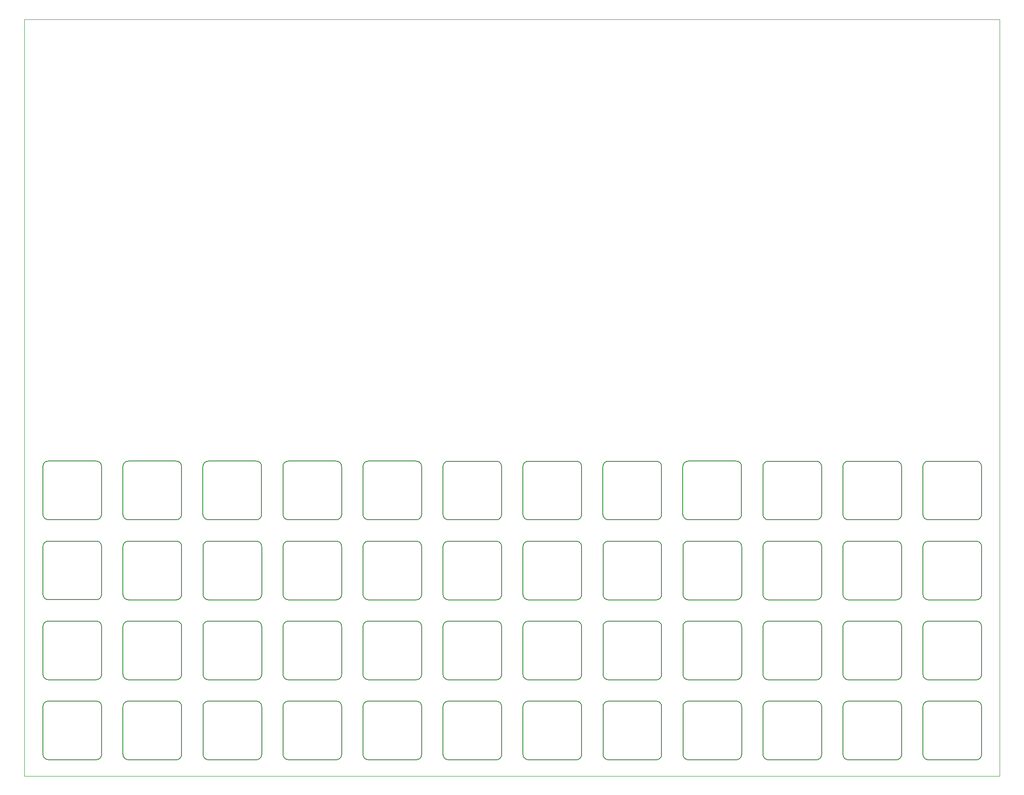
<source format=gko>
G04 Layer: BoardOutlineLayer*
G04 EasyEDA v6.5.39, 2024-01-11 07:40:14*
G04 84c9ee1a67554f33b30e45bccb7442fa,24315905b9734375b2ccc5c6aeea7757,10*
G04 Gerber Generator version 0.2*
G04 Scale: 100 percent, Rotated: No, Reflected: No *
G04 Dimensions in inches *
G04 leading zeros omitted , absolute positions ,3 integer and 6 decimal *
%FSLAX36Y36*%
%MOIN*%

%ADD10C,0.0020*%
%ADD11C,0.0050*%
D10*
X0Y2950000D02*
G01*
X0Y5587500D01*
X7200000Y5587500D01*
X0Y0D02*
G01*
X0Y2950000D01*
X7200000Y0D02*
G01*
X0Y0D01*
X7200000Y5586999D02*
G01*
X7200000Y0D01*
D11*
X6633010Y158413D02*
G01*
X6633010Y512741D01*
X7026706Y119041D02*
G01*
X6672380Y119041D01*
X7066076Y512741D02*
G01*
X7066076Y158413D01*
X6672380Y552109D02*
G01*
X7026706Y552109D01*
X6042462Y158413D02*
G01*
X6042462Y512741D01*
X6436154Y119041D02*
G01*
X6081828Y119041D01*
X6475524Y512741D02*
G01*
X6475524Y158413D01*
X6081828Y552109D02*
G01*
X6436154Y552109D01*
X5451907Y158413D02*
G01*
X5451907Y512741D01*
X5845608Y119041D02*
G01*
X5491277Y119041D01*
X5884983Y512741D02*
G01*
X5884983Y158413D01*
X5491277Y552109D02*
G01*
X5845608Y552109D01*
X4860919Y158825D02*
G01*
X4860919Y513153D01*
X5254611Y119454D02*
G01*
X4900285Y119454D01*
X5293986Y513153D02*
G01*
X5293986Y158825D01*
X4900285Y552523D02*
G01*
X5254611Y552523D01*
X4270807Y158413D02*
G01*
X4270807Y512741D01*
X4664508Y119041D02*
G01*
X4310177Y119041D01*
X4703878Y512741D02*
G01*
X4703878Y158413D01*
X4310177Y552109D02*
G01*
X4664508Y552109D01*
X3680261Y158413D02*
G01*
X3680261Y512741D01*
X4073953Y119041D02*
G01*
X3719630Y119041D01*
X4113323Y512741D02*
G01*
X4113323Y158413D01*
X3719630Y552109D02*
G01*
X4073953Y552109D01*
X3089704Y158413D02*
G01*
X3089704Y512741D01*
X3483406Y119041D02*
G01*
X3129075Y119041D01*
X3522776Y512741D02*
G01*
X3522776Y158413D01*
X3129075Y552109D02*
G01*
X3483406Y552109D01*
X2498717Y158825D02*
G01*
X2498717Y513153D01*
X2892413Y119454D02*
G01*
X2538087Y119454D01*
X2931785Y513153D02*
G01*
X2931785Y158825D01*
X2538087Y552523D02*
G01*
X2892413Y552523D01*
X1908162Y158825D02*
G01*
X1908162Y513153D01*
X2301863Y119454D02*
G01*
X1947532Y119454D01*
X2341233Y513153D02*
G01*
X2341233Y158825D01*
X1947532Y552523D02*
G01*
X2301863Y552523D01*
X1317614Y158825D02*
G01*
X1317614Y513153D01*
X1711315Y119454D02*
G01*
X1356985Y119454D01*
X1750685Y513153D02*
G01*
X1750685Y158825D01*
X1356985Y552523D02*
G01*
X1711315Y552523D01*
X727062Y158825D02*
G01*
X727062Y513153D01*
X1120769Y119454D02*
G01*
X766432Y119454D01*
X1160138Y513153D02*
G01*
X1160138Y158825D01*
X766432Y552523D02*
G01*
X1120769Y552523D01*
X136071Y159238D02*
G01*
X136071Y513564D01*
X529769Y119868D02*
G01*
X175441Y119868D01*
X569140Y513564D02*
G01*
X569140Y159238D01*
X175441Y552937D02*
G01*
X529769Y552937D01*
X6633010Y748962D02*
G01*
X6633010Y1103290D01*
X7026706Y709591D02*
G01*
X6672380Y709591D01*
X7066076Y1103290D02*
G01*
X7066076Y748962D01*
X6672380Y1142660D02*
G01*
X7026706Y1142660D01*
X6042462Y748962D02*
G01*
X6042462Y1103290D01*
X6436154Y709591D02*
G01*
X6081828Y709591D01*
X6475524Y1103290D02*
G01*
X6475524Y748962D01*
X6081828Y1142660D02*
G01*
X6436154Y1142660D01*
X5451907Y748962D02*
G01*
X5451907Y1103290D01*
X5845608Y709591D02*
G01*
X5491277Y709591D01*
X5884983Y1103290D02*
G01*
X5884983Y748962D01*
X5491277Y1142660D02*
G01*
X5845608Y1142660D01*
X4860919Y749375D02*
G01*
X4860919Y1103703D01*
X5254611Y710001D02*
G01*
X4900285Y710001D01*
X5293986Y1103703D02*
G01*
X5293986Y749375D01*
X4900285Y1143071D02*
G01*
X5254611Y1143071D01*
X4270807Y748962D02*
G01*
X4270807Y1103290D01*
X4664508Y709591D02*
G01*
X4310177Y709591D01*
X4703878Y1103290D02*
G01*
X4703878Y748962D01*
X4310177Y1142660D02*
G01*
X4664508Y1142660D01*
X3680261Y748962D02*
G01*
X3680261Y1103290D01*
X4073953Y709591D02*
G01*
X3719630Y709591D01*
X4113323Y1103290D02*
G01*
X4113323Y748962D01*
X3719630Y1142660D02*
G01*
X4073953Y1142660D01*
X3089704Y748962D02*
G01*
X3089704Y1103290D01*
X3483406Y709591D02*
G01*
X3129075Y709591D01*
X3522776Y1103290D02*
G01*
X3522776Y748962D01*
X3129075Y1142660D02*
G01*
X3483406Y1142660D01*
X2498717Y749375D02*
G01*
X2498717Y1103703D01*
X2892413Y710001D02*
G01*
X2538087Y710001D01*
X2931785Y1103703D02*
G01*
X2931785Y749375D01*
X2538087Y1143071D02*
G01*
X2892413Y1143071D01*
X1908162Y749375D02*
G01*
X1908162Y1103703D01*
X2301863Y710001D02*
G01*
X1947532Y710001D01*
X2341233Y1103703D02*
G01*
X2341233Y749375D01*
X1947532Y1143071D02*
G01*
X2301863Y1143071D01*
X1317614Y749375D02*
G01*
X1317614Y1103703D01*
X1711315Y710001D02*
G01*
X1356985Y710001D01*
X1750685Y1103703D02*
G01*
X1750685Y749375D01*
X1356985Y1143071D02*
G01*
X1711315Y1143071D01*
X727062Y749375D02*
G01*
X727062Y1103703D01*
X1120769Y710001D02*
G01*
X766432Y710001D01*
X1160138Y1103703D02*
G01*
X1160138Y749375D01*
X766432Y1143071D02*
G01*
X1120769Y1143071D01*
X136071Y749787D02*
G01*
X136071Y1104115D01*
X529769Y710417D02*
G01*
X175441Y710417D01*
X569140Y1104115D02*
G01*
X569140Y749787D01*
X175441Y1143485D02*
G01*
X529769Y1143485D01*
X6633010Y1339513D02*
G01*
X6633010Y1693840D01*
X7026706Y1300144D02*
G01*
X6672380Y1300144D01*
X7066076Y1693840D02*
G01*
X7066076Y1339513D01*
X6672380Y1733209D02*
G01*
X7026706Y1733209D01*
X6042462Y1339513D02*
G01*
X6042462Y1693840D01*
X6436154Y1300144D02*
G01*
X6081828Y1300144D01*
X6475524Y1693840D02*
G01*
X6475524Y1339513D01*
X6081828Y1733209D02*
G01*
X6436154Y1733209D01*
X5451907Y1339513D02*
G01*
X5451907Y1693840D01*
X5845608Y1300144D02*
G01*
X5491277Y1300144D01*
X5884983Y1693840D02*
G01*
X5884983Y1339513D01*
X5491277Y1733209D02*
G01*
X5845608Y1733209D01*
X4860919Y1339924D02*
G01*
X4860919Y1694254D01*
X5254611Y1300554D02*
G01*
X4900285Y1300554D01*
X5293986Y1694254D02*
G01*
X5293986Y1339924D01*
X4900285Y1733625D02*
G01*
X5254611Y1733625D01*
X4270807Y1339513D02*
G01*
X4270807Y1693840D01*
X4664508Y1300144D02*
G01*
X4310177Y1300144D01*
X4703878Y1693840D02*
G01*
X4703878Y1339513D01*
X4310177Y1733209D02*
G01*
X4664508Y1733209D01*
X3680261Y1339513D02*
G01*
X3680261Y1693840D01*
X4073953Y1300144D02*
G01*
X3719630Y1300144D01*
X4113323Y1693840D02*
G01*
X4113323Y1339513D01*
X3719630Y1733209D02*
G01*
X4073953Y1733209D01*
X3089704Y1339513D02*
G01*
X3089704Y1693840D01*
X3483406Y1300144D02*
G01*
X3129075Y1300144D01*
X3522776Y1693840D02*
G01*
X3522776Y1339513D01*
X3129075Y1733209D02*
G01*
X3483406Y1733209D01*
X2498717Y1339924D02*
G01*
X2498717Y1694254D01*
X2892413Y1300554D02*
G01*
X2538087Y1300554D01*
X2931785Y1694254D02*
G01*
X2931785Y1339924D01*
X2538087Y1733625D02*
G01*
X2892413Y1733625D01*
X1908162Y1339924D02*
G01*
X1908162Y1694254D01*
X2301863Y1300554D02*
G01*
X1947532Y1300554D01*
X2341233Y1694254D02*
G01*
X2341233Y1339924D01*
X1947532Y1733625D02*
G01*
X2301863Y1733625D01*
X1317614Y1339924D02*
G01*
X1317614Y1694254D01*
X1711315Y1300554D02*
G01*
X1356985Y1300554D01*
X1750685Y1694254D02*
G01*
X1750685Y1339924D01*
X1356985Y1733625D02*
G01*
X1711315Y1733625D01*
X727062Y1339924D02*
G01*
X727062Y1694254D01*
X1120769Y1300554D02*
G01*
X766432Y1300554D01*
X1160138Y1694254D02*
G01*
X1160138Y1339924D01*
X766432Y1733625D02*
G01*
X1120769Y1733625D01*
X136071Y1340338D02*
G01*
X136071Y1694665D01*
X529769Y1300969D02*
G01*
X175441Y1300969D01*
X569140Y1694665D02*
G01*
X569140Y1340338D01*
X175441Y1734038D02*
G01*
X529769Y1734038D01*
X6632565Y1930475D02*
G01*
X6632565Y2284803D01*
X7026266Y1891104D02*
G01*
X6671935Y1891104D01*
X7065636Y2284803D02*
G01*
X7065636Y1930475D01*
X6671935Y2324171D02*
G01*
X7026266Y2324171D01*
X6042019Y1930475D02*
G01*
X6042019Y2284803D01*
X6435715Y1891104D02*
G01*
X6081388Y1891104D01*
X6475084Y2284803D02*
G01*
X6475084Y1930475D01*
X6081388Y2324171D02*
G01*
X6435715Y2324171D01*
X5451467Y1930475D02*
G01*
X5451467Y2284803D01*
X5845168Y1891104D02*
G01*
X5490837Y1891104D01*
X5884538Y2284803D02*
G01*
X5884538Y1930475D01*
X5490837Y2324171D02*
G01*
X5845168Y2324171D01*
X4860475Y1930888D02*
G01*
X4860475Y2285216D01*
X5254171Y1891518D02*
G01*
X4899845Y1891518D01*
X5293541Y2285216D02*
G01*
X5293541Y1930888D01*
X4899845Y2324587D02*
G01*
X5254171Y2324587D01*
X4270364Y1930475D02*
G01*
X4270364Y2284803D01*
X4664065Y1891104D02*
G01*
X4309733Y1891104D01*
X4703434Y2284803D02*
G01*
X4703434Y1930475D01*
X4309733Y2324171D02*
G01*
X4664065Y2324171D01*
X3679817Y1930475D02*
G01*
X3679817Y2284803D01*
X4073513Y1891104D02*
G01*
X3719187Y1891104D01*
X4112883Y2284803D02*
G01*
X4112883Y1930475D01*
X3719187Y2324171D02*
G01*
X4073513Y2324171D01*
X3089264Y1930475D02*
G01*
X3089264Y2284803D01*
X3482965Y1891104D02*
G01*
X3128635Y1891104D01*
X3522335Y2284803D02*
G01*
X3522335Y1930475D01*
X3128635Y2324171D02*
G01*
X3482965Y2324171D01*
X2498274Y1930888D02*
G01*
X2498274Y2285216D01*
X2891975Y1891518D02*
G01*
X2537644Y1891518D01*
X2931345Y2285216D02*
G01*
X2931345Y1930888D01*
X2537644Y2324587D02*
G01*
X2891975Y2324587D01*
X1907722Y1930888D02*
G01*
X1907722Y2285216D01*
X2301423Y1891518D02*
G01*
X1947092Y1891518D01*
X2340793Y2285216D02*
G01*
X2340793Y1930888D01*
X1947092Y2324587D02*
G01*
X2301423Y2324587D01*
X1317174Y1930888D02*
G01*
X1317174Y2285216D01*
X1710870Y1891518D02*
G01*
X1356544Y1891518D01*
X1750241Y2285216D02*
G01*
X1750241Y1930888D01*
X1356544Y2324587D02*
G01*
X1710870Y2324587D01*
X726621Y1930888D02*
G01*
X726621Y2285216D01*
X1120325Y1891518D02*
G01*
X765991Y1891518D01*
X1159695Y2285216D02*
G01*
X1159695Y1930888D01*
X765991Y2324587D02*
G01*
X1120325Y2324587D01*
X135630Y1931300D02*
G01*
X135630Y2285626D01*
X529328Y1891930D02*
G01*
X175000Y1891930D01*
X568699Y2285626D02*
G01*
X568699Y1931300D01*
X175000Y2325000D02*
G01*
X529328Y2325000D01*
G75*
G01*
X136072Y513566D02*
G02*
X175462Y552906I38928J413D01*
G75*
G01*
X529772Y552936D02*
G02*
X569162Y513606I35J-39355D01*
G75*
G01*
X569142Y159236D02*
G02*
X529762Y119906I-39451J121D01*
G75*
G01*
X136072Y159236D02*
G03*
X175462Y119906I40277J948D01*
G75*
G01*
X727064Y158823D02*
G03*
X766454Y119493I40277J948D01*
G75*
G01*
X1160134Y158823D02*
G02*
X1120754Y119493I-39451J121D01*
G75*
G01*
X1120764Y552523D02*
G02*
X1160154Y513193I35J-39355D01*
G75*
G01*
X727064Y513153D02*
G02*
X766454Y552493I38928J413D01*
G75*
G01*
X1317614Y158823D02*
G03*
X1357004Y119493I40277J948D01*
G75*
G01*
X1750684Y158823D02*
G02*
X1711304Y119493I-39451J121D01*
G75*
G01*
X1711314Y552523D02*
G02*
X1750704Y513193I35J-39355D01*
G75*
G01*
X1317614Y513153D02*
G02*
X1357004Y552493I38928J413D01*
G75*
G01*
X1908164Y158823D02*
G03*
X1947554Y119493I40277J948D01*
G75*
G01*
X2341234Y158823D02*
G02*
X2301854Y119493I-39451J121D01*
G75*
G01*
X2301864Y552523D02*
G02*
X2341254Y513193I35J-39355D01*
G75*
G01*
X1908164Y513153D02*
G02*
X1947554Y552493I38928J413D01*
G75*
G01*
X4270806Y512740D02*
G02*
X4310196Y552080I38928J413D01*
G75*
G01*
X4664506Y552110D02*
G02*
X4703896Y512780I35J-39355D01*
G75*
G01*
X4703876Y158410D02*
G02*
X4664496Y119080I-39451J121D01*
G75*
G01*
X4270806Y158410D02*
G03*
X4310196Y119080I40277J948D01*
G75*
G01*
X3680256Y512740D02*
G02*
X3719646Y552080I38928J413D01*
G75*
G01*
X4073956Y552110D02*
G02*
X4113346Y512780I35J-39355D01*
G75*
G01*
X4113326Y158410D02*
G02*
X4073946Y119080I-39451J121D01*
G75*
G01*
X3680256Y158410D02*
G03*
X3719646Y119080I40277J948D01*
G75*
G01*
X3089706Y512740D02*
G02*
X3129096Y552080I38928J413D01*
G75*
G01*
X3483406Y552110D02*
G02*
X3522796Y512780I35J-39355D01*
G75*
G01*
X3522776Y158410D02*
G02*
X3483396Y119080I-39451J121D01*
G75*
G01*
X3089706Y158410D02*
G03*
X3129096Y119080I40277J948D01*
G75*
G01*
X2498714Y158823D02*
G03*
X2538104Y119493I40277J948D01*
G75*
G01*
X2931784Y158823D02*
G02*
X2892404Y119493I-39451J121D01*
G75*
G01*
X2892414Y552523D02*
G02*
X2931804Y513193I35J-39355D01*
G75*
G01*
X2498714Y513153D02*
G02*
X2538104Y552493I38928J413D01*
G75*
G01*
X6633006Y512740D02*
G02*
X6672396Y552080I38928J413D01*
G75*
G01*
X7026706Y552110D02*
G02*
X7066096Y512780I35J-39355D01*
G75*
G01*
X7066076Y158410D02*
G02*
X7026696Y119080I-39451J121D01*
G75*
G01*
X6633006Y158410D02*
G03*
X6672396Y119080I40277J948D01*
G75*
G01*
X6042456Y512740D02*
G02*
X6081846Y552080I38928J413D01*
G75*
G01*
X6436156Y552110D02*
G02*
X6475546Y512780I35J-39355D01*
G75*
G01*
X6475526Y158410D02*
G02*
X6436146Y119080I-39451J121D01*
G75*
G01*
X6042456Y158410D02*
G03*
X6081846Y119080I40277J948D01*
G75*
G01*
X5451906Y512740D02*
G02*
X5491296Y552080I38928J413D01*
G75*
G01*
X5845606Y552110D02*
G02*
X5884996Y512780I35J-39355D01*
G75*
G01*
X5884976Y158410D02*
G02*
X5845596Y119080I-39451J121D01*
G75*
G01*
X5451906Y158410D02*
G03*
X5491296Y119080I40277J948D01*
G75*
G01*
X4860914Y158823D02*
G03*
X4900304Y119493I40277J948D01*
G75*
G01*
X5293984Y158823D02*
G02*
X5254604Y119493I-39451J121D01*
G75*
G01*
X5254614Y552523D02*
G02*
X5294004Y513193I35J-39355D01*
G75*
G01*
X4860914Y513153D02*
G02*
X4900304Y552493I38928J413D01*
G75*
G01*
X136072Y1104116D02*
G02*
X175462Y1143456I38928J413D01*
G75*
G01*
X529772Y1143486D02*
G02*
X569162Y1104156I35J-39355D01*
G75*
G01*
X569142Y749786D02*
G02*
X529762Y710456I-39451J121D01*
G75*
G01*
X136072Y749786D02*
G03*
X175462Y710456I40277J948D01*
G75*
G01*
X727064Y749373D02*
G03*
X766454Y710043I40277J948D01*
G75*
G01*
X1160134Y749373D02*
G02*
X1120754Y710043I-39451J121D01*
G75*
G01*
X1120764Y1143073D02*
G02*
X1160154Y1103743I35J-39355D01*
G75*
G01*
X727064Y1103703D02*
G02*
X766454Y1143043I38928J413D01*
G75*
G01*
X1317614Y749373D02*
G03*
X1357004Y710043I40277J948D01*
G75*
G01*
X1750684Y749373D02*
G02*
X1711304Y710043I-39451J121D01*
G75*
G01*
X1711314Y1143073D02*
G02*
X1750704Y1103743I35J-39355D01*
G75*
G01*
X1317614Y1103703D02*
G02*
X1357004Y1143043I38928J413D01*
G75*
G01*
X1908164Y749373D02*
G03*
X1947554Y710043I40277J948D01*
G75*
G01*
X2341234Y749373D02*
G02*
X2301854Y710043I-39451J121D01*
G75*
G01*
X2301864Y1143073D02*
G02*
X2341254Y1103743I35J-39355D01*
G75*
G01*
X1908164Y1103703D02*
G02*
X1947554Y1143043I38928J413D01*
G75*
G01*
X4270806Y1103290D02*
G02*
X4310196Y1142630I38928J413D01*
G75*
G01*
X4664506Y1142660D02*
G02*
X4703896Y1103330I35J-39355D01*
G75*
G01*
X4703876Y748960D02*
G02*
X4664496Y709630I-39451J121D01*
G75*
G01*
X4270806Y748960D02*
G03*
X4310196Y709630I40277J948D01*
G75*
G01*
X3680256Y1103290D02*
G02*
X3719646Y1142630I38928J413D01*
G75*
G01*
X4073956Y1142660D02*
G02*
X4113346Y1103330I35J-39355D01*
G75*
G01*
X4113326Y748960D02*
G02*
X4073946Y709630I-39451J121D01*
G75*
G01*
X3680256Y748960D02*
G03*
X3719646Y709630I40277J948D01*
G75*
G01*
X3089706Y1103290D02*
G02*
X3129096Y1142630I38928J413D01*
G75*
G01*
X3483406Y1142660D02*
G02*
X3522796Y1103330I35J-39355D01*
G75*
G01*
X3522776Y748960D02*
G02*
X3483396Y709630I-39451J121D01*
G75*
G01*
X3089706Y748960D02*
G03*
X3129096Y709630I40277J948D01*
G75*
G01*
X2498714Y749373D02*
G03*
X2538104Y710043I40277J948D01*
G75*
G01*
X2931784Y749373D02*
G02*
X2892404Y710043I-39451J121D01*
G75*
G01*
X2892414Y1143073D02*
G02*
X2931804Y1103743I35J-39355D01*
G75*
G01*
X2498714Y1103703D02*
G02*
X2538104Y1143043I38928J413D01*
G75*
G01*
X6633006Y1103290D02*
G02*
X6672396Y1142630I38928J413D01*
G75*
G01*
X7026706Y1142660D02*
G02*
X7066096Y1103330I35J-39355D01*
G75*
G01*
X7066076Y748960D02*
G02*
X7026696Y709630I-39451J121D01*
G75*
G01*
X6633006Y748960D02*
G03*
X6672396Y709630I40277J948D01*
G75*
G01*
X6042456Y1103290D02*
G02*
X6081846Y1142630I38928J413D01*
G75*
G01*
X6436156Y1142660D02*
G02*
X6475546Y1103330I35J-39355D01*
G75*
G01*
X6475526Y748960D02*
G02*
X6436146Y709630I-39451J121D01*
G75*
G01*
X6042456Y748960D02*
G03*
X6081846Y709630I40277J948D01*
G75*
G01*
X5451906Y1103290D02*
G02*
X5491296Y1142630I38928J413D01*
G75*
G01*
X5845606Y1142660D02*
G02*
X5884996Y1103330I35J-39355D01*
G75*
G01*
X5884976Y748960D02*
G02*
X5845596Y709630I-39451J121D01*
G75*
G01*
X5451906Y748960D02*
G03*
X5491296Y709630I40277J948D01*
G75*
G01*
X4860914Y749373D02*
G03*
X4900304Y710043I40277J948D01*
G75*
G01*
X5293984Y749373D02*
G02*
X5254604Y710043I-39451J121D01*
G75*
G01*
X5254614Y1143073D02*
G02*
X5294004Y1103743I35J-39355D01*
G75*
G01*
X4860914Y1103703D02*
G02*
X4900304Y1143043I38928J413D01*
G75*
G01*
X136072Y1694666D02*
G02*
X175462Y1734006I38928J413D01*
G75*
G01*
X529772Y1734036D02*
G02*
X569162Y1694706I35J-39355D01*
G75*
G01*
X569142Y1340336D02*
G02*
X529762Y1301006I-39451J121D01*
G75*
G01*
X136072Y1340336D02*
G03*
X175462Y1301006I40277J948D01*
G75*
G01*
X727064Y1339923D02*
G03*
X766454Y1300593I40277J948D01*
G75*
G01*
X1160134Y1339923D02*
G02*
X1120754Y1300593I-39451J121D01*
G75*
G01*
X1120764Y1733623D02*
G02*
X1160154Y1694293I35J-39355D01*
G75*
G01*
X727064Y1694253D02*
G02*
X766454Y1733593I38928J413D01*
G75*
G01*
X1317614Y1339923D02*
G03*
X1357004Y1300593I40277J948D01*
G75*
G01*
X1750684Y1339923D02*
G02*
X1711304Y1300593I-39451J121D01*
G75*
G01*
X1711314Y1733623D02*
G02*
X1750704Y1694293I35J-39355D01*
G75*
G01*
X1317614Y1694253D02*
G02*
X1357004Y1733593I38928J413D01*
G75*
G01*
X1908164Y1339923D02*
G03*
X1947554Y1300593I40277J948D01*
G75*
G01*
X2341234Y1339923D02*
G02*
X2301854Y1300593I-39451J121D01*
G75*
G01*
X2301864Y1733623D02*
G02*
X2341254Y1694293I35J-39355D01*
G75*
G01*
X1908164Y1694253D02*
G02*
X1947554Y1733593I38928J413D01*
G75*
G01*
X4270806Y1693840D02*
G02*
X4310196Y1733180I38928J413D01*
G75*
G01*
X4664506Y1733210D02*
G02*
X4703896Y1693880I35J-39355D01*
G75*
G01*
X4703876Y1339510D02*
G02*
X4664496Y1300180I-39451J121D01*
G75*
G01*
X4270806Y1339510D02*
G03*
X4310196Y1300180I40277J948D01*
G75*
G01*
X3680256Y1693840D02*
G02*
X3719646Y1733180I38928J413D01*
G75*
G01*
X4073956Y1733210D02*
G02*
X4113346Y1693880I35J-39355D01*
G75*
G01*
X4113326Y1339510D02*
G02*
X4073946Y1300180I-39451J121D01*
G75*
G01*
X3680256Y1339510D02*
G03*
X3719646Y1300180I40277J948D01*
G75*
G01*
X3089706Y1693840D02*
G02*
X3129096Y1733180I38928J413D01*
G75*
G01*
X3483406Y1733210D02*
G02*
X3522796Y1693880I35J-39355D01*
G75*
G01*
X3522776Y1339510D02*
G02*
X3483396Y1300180I-39451J121D01*
G75*
G01*
X3089706Y1339510D02*
G03*
X3129096Y1300180I40277J948D01*
G75*
G01*
X2498714Y1339923D02*
G03*
X2538104Y1300593I40277J948D01*
G75*
G01*
X2931784Y1339923D02*
G02*
X2892404Y1300593I-39451J121D01*
G75*
G01*
X2892414Y1733623D02*
G02*
X2931804Y1694293I35J-39355D01*
G75*
G01*
X2498714Y1694253D02*
G02*
X2538104Y1733593I38928J413D01*
G75*
G01*
X6633006Y1693840D02*
G02*
X6672396Y1733180I38928J413D01*
G75*
G01*
X7026706Y1733210D02*
G02*
X7066096Y1693880I35J-39355D01*
G75*
G01*
X7066076Y1339510D02*
G02*
X7026696Y1300180I-39451J121D01*
G75*
G01*
X6633006Y1339510D02*
G03*
X6672396Y1300180I40277J948D01*
G75*
G01*
X6042456Y1693840D02*
G02*
X6081846Y1733180I38928J413D01*
G75*
G01*
X6436156Y1733210D02*
G02*
X6475546Y1693880I35J-39355D01*
G75*
G01*
X6475526Y1339510D02*
G02*
X6436146Y1300180I-39451J121D01*
G75*
G01*
X6042456Y1339510D02*
G03*
X6081846Y1300180I40277J948D01*
G75*
G01*
X5451906Y1693840D02*
G02*
X5491296Y1733180I38928J413D01*
G75*
G01*
X5845606Y1733210D02*
G02*
X5884996Y1693880I35J-39355D01*
G75*
G01*
X5884976Y1339510D02*
G02*
X5845596Y1300180I-39451J121D01*
G75*
G01*
X5451906Y1339510D02*
G03*
X5491296Y1300180I40277J948D01*
G75*
G01*
X4860914Y1339923D02*
G03*
X4900304Y1300593I40277J948D01*
G75*
G01*
X5293984Y1339923D02*
G02*
X5254604Y1300593I-39451J121D01*
G75*
G01*
X5254614Y1733623D02*
G02*
X5294004Y1694293I35J-39355D01*
G75*
G01*
X4860914Y1694253D02*
G02*
X4900304Y1733593I38928J413D01*
G75*
G01*
X4860472Y2285216D02*
G02*
X4899862Y2324556I38928J413D01*
G75*
G01*
X5254172Y2324586D02*
G02*
X5293562Y2285256I35J-39355D01*
G75*
G01*
X5293542Y1930886D02*
G02*
X5254162Y1891556I-39451J121D01*
G75*
G01*
X4860472Y1930886D02*
G03*
X4899862Y1891556I40277J948D01*
G75*
G01*
X5451464Y1930473D02*
G03*
X5490854Y1891143I40277J948D01*
G75*
G01*
X5884534Y1930473D02*
G02*
X5845154Y1891143I-39451J121D01*
G75*
G01*
X5845164Y2324173D02*
G02*
X5884554Y2284843I35J-39355D01*
G75*
G01*
X5451464Y2284803D02*
G02*
X5490854Y2324143I38928J413D01*
G75*
G01*
X6042014Y1930473D02*
G03*
X6081404Y1891143I40277J948D01*
G75*
G01*
X6475084Y1930473D02*
G02*
X6435704Y1891143I-39451J121D01*
G75*
G01*
X6435714Y2324173D02*
G02*
X6475104Y2284843I35J-39355D01*
G75*
G01*
X6042014Y2284803D02*
G02*
X6081404Y2324143I38928J413D01*
G75*
G01*
X6632564Y1930473D02*
G03*
X6671954Y1891143I40277J948D01*
G75*
G01*
X7065634Y1930473D02*
G02*
X7026254Y1891143I-39451J121D01*
G75*
G01*
X7026264Y2324173D02*
G02*
X7065654Y2284843I35J-39355D01*
G75*
G01*
X6632564Y2284803D02*
G02*
X6671954Y2324143I38928J413D01*
G75*
G01*
X2498272Y2285216D02*
G02*
X2537662Y2324556I38928J413D01*
G75*
G01*
X2891972Y2324586D02*
G02*
X2931362Y2285256I35J-39355D01*
G75*
G01*
X2931342Y1930886D02*
G02*
X2891962Y1891556I-39451J121D01*
G75*
G01*
X2498272Y1930886D02*
G03*
X2537662Y1891556I40277J948D01*
G75*
G01*
X3089264Y1930473D02*
G03*
X3128654Y1891143I40277J948D01*
G75*
G01*
X3522334Y1930473D02*
G02*
X3482954Y1891143I-39451J121D01*
G75*
G01*
X3482964Y2324173D02*
G02*
X3522354Y2284843I35J-39355D01*
G75*
G01*
X3089264Y2284803D02*
G02*
X3128654Y2324143I38928J413D01*
G75*
G01*
X3679814Y1930473D02*
G03*
X3719204Y1891143I40277J948D01*
G75*
G01*
X4112884Y1930473D02*
G02*
X4073504Y1891143I-39451J121D01*
G75*
G01*
X4073514Y2324173D02*
G02*
X4112904Y2284843I35J-39355D01*
G75*
G01*
X3679814Y2284803D02*
G02*
X3719204Y2324143I38928J413D01*
G75*
G01*
X4270364Y1930473D02*
G03*
X4309754Y1891143I40277J948D01*
G75*
G01*
X4703434Y1930473D02*
G02*
X4664054Y1891143I-39451J121D01*
G75*
G01*
X4664064Y2324173D02*
G02*
X4703454Y2284843I35J-39355D01*
G75*
G01*
X4270364Y2284803D02*
G02*
X4309754Y2324143I38928J413D01*
G75*
G01*
X1907722Y2285216D02*
G02*
X1947112Y2324556I38928J413D01*
G75*
G01*
X2301422Y2324586D02*
G02*
X2340812Y2285256I35J-39355D01*
G75*
G01*
X2340792Y1930886D02*
G02*
X2301412Y1891556I-39451J121D01*
G75*
G01*
X1907722Y1930886D02*
G03*
X1947112Y1891556I40277J948D01*
G75*
G01*
X1317172Y2285216D02*
G02*
X1356562Y2324556I38928J413D01*
G75*
G01*
X1710872Y2324586D02*
G02*
X1750262Y2285256I35J-39355D01*
G75*
G01*
X1750242Y1930886D02*
G02*
X1710862Y1891556I-39451J121D01*
G75*
G01*
X1317172Y1930886D02*
G03*
X1356562Y1891556I40277J948D01*
G75*
G01*
X726622Y2285216D02*
G02*
X766012Y2324556I38928J413D01*
G75*
G01*
X1120322Y2324586D02*
G02*
X1159712Y2285256I35J-39355D01*
G75*
G01*
X1159692Y1930886D02*
G02*
X1120312Y1891556I-39451J121D01*
G75*
G01*
X726622Y1930886D02*
G03*
X766012Y1891556I40277J948D01*
G75*
G01*
X135630Y1931299D02*
G03*
X175020Y1891969I40277J948D01*
G75*
G01*
X568700Y1931299D02*
G02*
X529320Y1891969I-39451J121D01*
G75*
G01*
X529330Y2324999D02*
G02*
X568720Y2285669I35J-39355D01*
G75*
G01*
X135630Y2285629D02*
G02*
X175020Y2324969I38928J413D01*

%LPD*%
M02*

</source>
